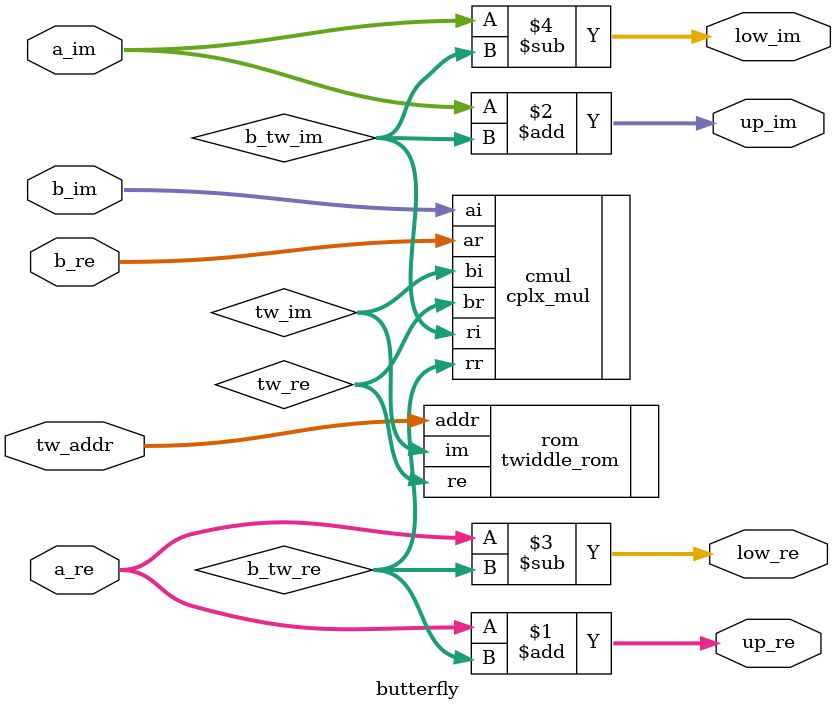
<source format=v>
`timescale 1ns/1ps
module butterfly
#(
    parameter AW = 32,
    parameter TW = 16
)
(
    input  signed [AW-1:0] a_re,
    input  signed [AW-1:0] a_im,
    input  signed [AW-1:0] b_re,
    input  signed [AW-1:0] b_im,
    input  [2:0] tw_addr, // selects W8^tw_addr
    output signed [AW-1:0] up_re,
    output signed [AW-1:0] up_im,
    output signed [AW-1:0] low_re,
    output signed [AW-1:0] low_im
);
    wire signed [TW-1:0] tw_re;
    wire signed [TW-1:0] tw_im;
    twiddle_rom #(.TW(TW)) rom (.addr(tw_addr), .re(tw_re), .im(tw_im));

    // multiply b by twiddle: b * W
    wire signed [AW-1:0] b_tw_re;
    wire signed [AW-1:0] b_tw_im;
    cplx_mul #(.AW(AW), .BW(TW)) cmul (
        .ar(b_re), .ai(b_im),
        .br(tw_re), .bi(tw_im),
        .rr(b_tw_re), .ri(b_tw_im)
    );

    // sums and diffs
    assign up_re  = a_re + b_tw_re;
    assign up_im  = a_im + b_tw_im;
    assign low_re = a_re - b_tw_re;
    assign low_im = a_im - b_tw_im;
endmodule

</source>
